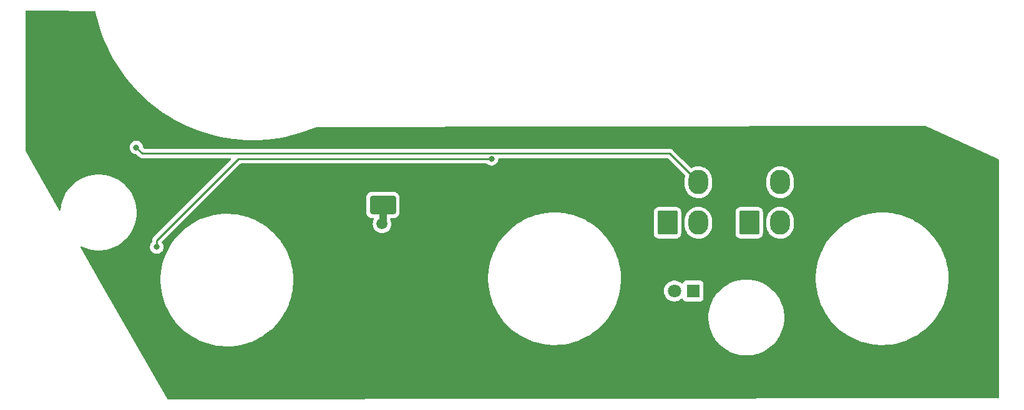
<source format=gbr>
%TF.GenerationSoftware,KiCad,Pcbnew,(6.0.9)*%
%TF.CreationDate,2023-04-01T12:24:36-08:00*%
%TF.ProjectId,ELEC PANEL,454c4543-2050-4414-9e45-4c2e6b696361,3*%
%TF.SameCoordinates,Original*%
%TF.FileFunction,Copper,L2,Bot*%
%TF.FilePolarity,Positive*%
%FSLAX46Y46*%
G04 Gerber Fmt 4.6, Leading zero omitted, Abs format (unit mm)*
G04 Created by KiCad (PCBNEW (6.0.9)) date 2023-04-01 12:24:36*
%MOMM*%
%LPD*%
G01*
G04 APERTURE LIST*
G04 Aperture macros list*
%AMRoundRect*
0 Rectangle with rounded corners*
0 $1 Rounding radius*
0 $2 $3 $4 $5 $6 $7 $8 $9 X,Y pos of 4 corners*
0 Add a 4 corners polygon primitive as box body*
4,1,4,$2,$3,$4,$5,$6,$7,$8,$9,$2,$3,0*
0 Add four circle primitives for the rounded corners*
1,1,$1+$1,$2,$3*
1,1,$1+$1,$4,$5*
1,1,$1+$1,$6,$7*
1,1,$1+$1,$8,$9*
0 Add four rect primitives between the rounded corners*
20,1,$1+$1,$2,$3,$4,$5,0*
20,1,$1+$1,$4,$5,$6,$7,0*
20,1,$1+$1,$6,$7,$8,$9,0*
20,1,$1+$1,$8,$9,$2,$3,0*%
G04 Aperture macros list end*
%TA.AperFunction,SMDPad,CuDef*%
%ADD10RoundRect,0.250000X-1.500000X-1.000000X1.500000X-1.000000X1.500000X1.000000X-1.500000X1.000000X0*%
%TD*%
%TA.AperFunction,ComponentPad*%
%ADD11R,1.800000X1.800000*%
%TD*%
%TA.AperFunction,ComponentPad*%
%ADD12C,1.800000*%
%TD*%
%TA.AperFunction,ComponentPad*%
%ADD13RoundRect,0.250001X-1.099999X-1.399999X1.099999X-1.399999X1.099999X1.399999X-1.099999X1.399999X0*%
%TD*%
%TA.AperFunction,ComponentPad*%
%ADD14O,2.700000X3.300000*%
%TD*%
%TA.AperFunction,ViaPad*%
%ADD15C,1.500000*%
%TD*%
%TA.AperFunction,ViaPad*%
%ADD16C,0.800000*%
%TD*%
%TA.AperFunction,Conductor*%
%ADD17C,1.000000*%
%TD*%
%TA.AperFunction,Conductor*%
%ADD18C,0.250000*%
%TD*%
G04 APERTURE END LIST*
D10*
%TO.P,C1,1*%
%TO.N,/LED+5V*%
X78970000Y-124780000D03*
%TO.P,C1,2*%
%TO.N,/LEDGND*%
X85470000Y-124780000D03*
%TD*%
D11*
%TO.P,D1,1,K*%
%TO.N,Net-(D1-Pad1)*%
X121050000Y-136460000D03*
D12*
%TO.P,D1,2,A*%
%TO.N,/LED+5V*%
X118510000Y-136460000D03*
%TD*%
D13*
%TO.P,J1,1,Pin_1*%
%TO.N,/LED+5V*%
X117580000Y-127180000D03*
D14*
%TO.P,J1,2,Pin_2*%
X121780000Y-127180000D03*
%TO.P,J1,3,Pin_3*%
%TO.N,/LEDGND*%
X117580000Y-121680000D03*
%TO.P,J1,4,Pin_4*%
%TO.N,/DATAIN*%
X121780000Y-121680000D03*
%TD*%
D13*
%TO.P,J2,1,Pin_1*%
%TO.N,/LED+5V*%
X128670000Y-127180000D03*
D14*
%TO.P,J2,2,Pin_2*%
X132870000Y-127180000D03*
%TO.P,J2,3,Pin_3*%
%TO.N,/LEDGND*%
X128670000Y-121680000D03*
%TO.P,J2,4,Pin_4*%
%TO.N,/DATAOUT*%
X132870000Y-121680000D03*
%TD*%
D15*
%TO.N,/LEDGND*%
X97600000Y-123000000D03*
X63900000Y-126900000D03*
X103100000Y-149600000D03*
X87800000Y-139350000D03*
X112000000Y-147650000D03*
X73500000Y-136900000D03*
X151690000Y-147530000D03*
X49090000Y-139450000D03*
X39100000Y-103750000D03*
X137660000Y-129210000D03*
X107950000Y-126000000D03*
X40350000Y-116000000D03*
X146750000Y-121150000D03*
X93220000Y-140120000D03*
X114700000Y-139600000D03*
X111125000Y-119975000D03*
X67450000Y-121850000D03*
X160910000Y-137730000D03*
X58300000Y-121550000D03*
X63125000Y-147325000D03*
X156750000Y-126350000D03*
X40650000Y-109300000D03*
X138270000Y-140620000D03*
X156800000Y-120250000D03*
%TO.N,/LED+5V*%
X78862900Y-127333600D03*
D16*
%TO.N,/DATAIN*%
X45520000Y-116950000D03*
%TO.N,Net-(D10-Pad2)*%
X93720000Y-118510000D03*
X48280000Y-130480000D03*
%TD*%
D17*
%TO.N,/LED+5V*%
X78862900Y-127333600D02*
X78970000Y-127226500D01*
X78970000Y-127226500D02*
X78970000Y-124780000D01*
D18*
%TO.N,/DATAIN*%
X45520000Y-116950000D02*
X45510000Y-116930000D01*
X117880000Y-117780000D02*
X52620000Y-117780000D01*
X121780000Y-121680000D02*
X117880000Y-117780000D01*
X46360000Y-117780000D02*
X45520000Y-116950000D01*
X46590000Y-117780000D02*
X46360000Y-117780000D01*
X52620000Y-117780000D02*
X46590000Y-117780000D01*
%TO.N,Net-(D10-Pad2)*%
X48280000Y-129593764D02*
X48280000Y-130480000D01*
X59363764Y-118510000D02*
X48280000Y-129593764D01*
X93720000Y-118510000D02*
X61320000Y-118510000D01*
X61320000Y-118510000D02*
X59363764Y-118510000D01*
%TD*%
%TA.AperFunction,Conductor*%
%TO.N,/LEDGND*%
G36*
X32795212Y-98395456D02*
G01*
X39887381Y-98447098D01*
X39955355Y-98467596D01*
X40001456Y-98521589D01*
X40009982Y-98548209D01*
X40086728Y-98929133D01*
X40304670Y-99816710D01*
X40559662Y-100694360D01*
X40560089Y-100695628D01*
X40850833Y-101559286D01*
X40850841Y-101559308D01*
X40851255Y-101560538D01*
X41178936Y-102413719D01*
X41542127Y-103252398D01*
X41940189Y-104075100D01*
X42372421Y-104880374D01*
X42838060Y-105666804D01*
X43336288Y-106433002D01*
X43866227Y-107177621D01*
X44426942Y-107899347D01*
X45017447Y-108596911D01*
X45636702Y-109269083D01*
X45637615Y-109269994D01*
X45637636Y-109270016D01*
X45757724Y-109389859D01*
X46283615Y-109914680D01*
X46957047Y-110532564D01*
X46958027Y-110533391D01*
X46958045Y-110533406D01*
X47467898Y-110963229D01*
X47655812Y-111121647D01*
X48378679Y-111680891D01*
X49124376Y-112209311D01*
X49891588Y-112705977D01*
X49892737Y-112706654D01*
X50677835Y-113169349D01*
X50677848Y-113169356D01*
X50678964Y-113170014D01*
X50680114Y-113170628D01*
X51483972Y-113599994D01*
X51483993Y-113600005D01*
X51485117Y-113600605D01*
X52308628Y-113996990D01*
X53148045Y-114358472D01*
X53149257Y-114358935D01*
X53149280Y-114358944D01*
X54000669Y-114683948D01*
X54000689Y-114683955D01*
X54001891Y-114684414D01*
X54003127Y-114684827D01*
X54003129Y-114684828D01*
X54867401Y-114973822D01*
X54867429Y-114973831D01*
X54868662Y-114974243D01*
X55746830Y-115227446D01*
X55748113Y-115227758D01*
X55748127Y-115227762D01*
X56633578Y-115443271D01*
X56633594Y-115443274D01*
X56634849Y-115443580D01*
X56636131Y-115443836D01*
X56636142Y-115443838D01*
X56992981Y-115514975D01*
X57531155Y-115622262D01*
X58257382Y-115735590D01*
X58432842Y-115762971D01*
X58432846Y-115762972D01*
X58434169Y-115763178D01*
X58435475Y-115763326D01*
X58435490Y-115763328D01*
X59079330Y-115836282D01*
X59342300Y-115866080D01*
X59614019Y-115885366D01*
X60252637Y-115930694D01*
X60252643Y-115930694D01*
X60253949Y-115930787D01*
X61167511Y-115957184D01*
X61168824Y-115957167D01*
X61168845Y-115957167D01*
X61644960Y-115950937D01*
X62081375Y-115945226D01*
X62082697Y-115945153D01*
X62082701Y-115945153D01*
X62245055Y-115936205D01*
X62993933Y-115894933D01*
X62995241Y-115894806D01*
X62995250Y-115894805D01*
X63343546Y-115860904D01*
X63903577Y-115806393D01*
X63904880Y-115806211D01*
X63904903Y-115806208D01*
X64807421Y-115679944D01*
X64807438Y-115679941D01*
X64808705Y-115679764D01*
X64809986Y-115679530D01*
X64809996Y-115679528D01*
X65706406Y-115515508D01*
X65706415Y-115515506D01*
X65707722Y-115515267D01*
X66599045Y-115313193D01*
X66600337Y-115312842D01*
X66600355Y-115312838D01*
X67479805Y-115074250D01*
X67479819Y-115074246D01*
X67481105Y-115073897D01*
X68352347Y-114797802D01*
X68783216Y-114641079D01*
X69209987Y-114485847D01*
X69210001Y-114485842D01*
X69211237Y-114485392D01*
X69519276Y-114358472D01*
X69941266Y-114184601D01*
X69989032Y-114175100D01*
X104388154Y-114111056D01*
X152567013Y-114021357D01*
X152619619Y-114032757D01*
X162249209Y-118433502D01*
X162460783Y-118530192D01*
X162514427Y-118576699D01*
X162534411Y-118644695D01*
X162554641Y-145145883D01*
X162559016Y-150877397D01*
X162539066Y-150945533D01*
X162485446Y-150992067D01*
X162433213Y-151003493D01*
X155958139Y-151013624D01*
X49796721Y-151179723D01*
X49728569Y-151159827D01*
X49687090Y-151116175D01*
X40586006Y-135168514D01*
X48806846Y-135168514D01*
X48839140Y-135764800D01*
X48839389Y-135766860D01*
X48839390Y-135766868D01*
X48863645Y-135967301D01*
X48910881Y-136357634D01*
X48924673Y-136430625D01*
X49010082Y-136882642D01*
X49021753Y-136944411D01*
X49171270Y-137522550D01*
X49196320Y-137598295D01*
X49358117Y-138087524D01*
X49358122Y-138087538D01*
X49358774Y-138089509D01*
X49359561Y-138091447D01*
X49582650Y-138640851D01*
X49582657Y-138640867D01*
X49583440Y-138642795D01*
X49584358Y-138644686D01*
X49584360Y-138644690D01*
X49681413Y-138844562D01*
X49844280Y-139179974D01*
X50140148Y-139698686D01*
X50469743Y-140196649D01*
X50470987Y-140198282D01*
X50470992Y-140198289D01*
X50605183Y-140374440D01*
X50831615Y-140671674D01*
X51224173Y-141121672D01*
X51225644Y-141123148D01*
X51612350Y-141511206D01*
X51645691Y-141544664D01*
X52094316Y-141938791D01*
X52568075Y-142302318D01*
X52569809Y-142303475D01*
X52569814Y-142303478D01*
X53063134Y-142632482D01*
X53064884Y-142633649D01*
X53066705Y-142634696D01*
X53580747Y-142930284D01*
X53580759Y-142930290D01*
X53582560Y-142931326D01*
X54118826Y-143194040D01*
X54120755Y-143194831D01*
X54120768Y-143194837D01*
X54669385Y-143419841D01*
X54669391Y-143419843D01*
X54671324Y-143420636D01*
X54673297Y-143421296D01*
X54673302Y-143421298D01*
X54871667Y-143487670D01*
X55237625Y-143610118D01*
X55239643Y-143610647D01*
X55239655Y-143610651D01*
X55551479Y-143692456D01*
X55815239Y-143761652D01*
X56401625Y-143874572D01*
X56403689Y-143874829D01*
X56403701Y-143874831D01*
X56653887Y-143905993D01*
X56994206Y-143948382D01*
X56996290Y-143948502D01*
X56996299Y-143948503D01*
X57547952Y-143980311D01*
X57547956Y-143980311D01*
X57549775Y-143980416D01*
X57961997Y-143980416D01*
X58407232Y-143965646D01*
X58409310Y-143965439D01*
X58409319Y-143965438D01*
X58999369Y-143906543D01*
X58999380Y-143906541D01*
X59001439Y-143906336D01*
X59003483Y-143905994D01*
X59003490Y-143905993D01*
X59588362Y-143808119D01*
X59588375Y-143808116D01*
X59590409Y-143807776D01*
X59592415Y-143807302D01*
X59592424Y-143807300D01*
X60169526Y-143670879D01*
X60169528Y-143670878D01*
X60171552Y-143670400D01*
X60466910Y-143579536D01*
X60740325Y-143495423D01*
X60740336Y-143495419D01*
X60742313Y-143494811D01*
X60744249Y-143494072D01*
X60744254Y-143494070D01*
X61042897Y-143380029D01*
X61300183Y-143281781D01*
X61842707Y-143032248D01*
X61844549Y-143031248D01*
X62365668Y-142748304D01*
X62365673Y-142748301D01*
X62367502Y-142747308D01*
X62369269Y-142746191D01*
X62870496Y-142429328D01*
X62870498Y-142429326D01*
X62872258Y-142428214D01*
X62873924Y-142426999D01*
X62873936Y-142426991D01*
X63353090Y-142077586D01*
X63353098Y-142077580D01*
X63354757Y-142076370D01*
X63650640Y-141828973D01*
X63811289Y-141694650D01*
X63811293Y-141694647D01*
X63812877Y-141693322D01*
X64159013Y-141362548D01*
X64243093Y-141282199D01*
X64243094Y-141282198D01*
X64244604Y-141280755D01*
X64648040Y-140840482D01*
X64792710Y-140659905D01*
X65020101Y-140376074D01*
X65020102Y-140376072D01*
X65021410Y-140374440D01*
X65363072Y-139884679D01*
X65364138Y-139882912D01*
X65364147Y-139882898D01*
X65670447Y-139375138D01*
X65670454Y-139375125D01*
X65671525Y-139373350D01*
X65945412Y-138842704D01*
X66179213Y-138304999D01*
X66182696Y-138296988D01*
X66182697Y-138296985D01*
X66183529Y-138295072D01*
X66256438Y-138091447D01*
X66384117Y-137734853D01*
X66384118Y-137734849D01*
X66384829Y-137732864D01*
X66548426Y-137158551D01*
X66673602Y-136574658D01*
X66694614Y-136430625D01*
X66759503Y-135985833D01*
X66759504Y-135985820D01*
X66759806Y-135983753D01*
X66803098Y-135433671D01*
X66806496Y-135390495D01*
X66806496Y-135390489D01*
X66806658Y-135388434D01*
X66811570Y-134986398D01*
X93256846Y-134986398D01*
X93289140Y-135582684D01*
X93289389Y-135584744D01*
X93289390Y-135584752D01*
X93311395Y-135766587D01*
X93360881Y-136175518D01*
X93361269Y-136177571D01*
X93469873Y-136752343D01*
X93471753Y-136762295D01*
X93621270Y-137340434D01*
X93621920Y-137342399D01*
X93808117Y-137905408D01*
X93808122Y-137905422D01*
X93808774Y-137907393D01*
X93809561Y-137909331D01*
X94032650Y-138458735D01*
X94032657Y-138458751D01*
X94033440Y-138460679D01*
X94034358Y-138462570D01*
X94034360Y-138462574D01*
X94131413Y-138662446D01*
X94294280Y-138997858D01*
X94590148Y-139516570D01*
X94591282Y-139518284D01*
X94591288Y-139518293D01*
X94712075Y-139700782D01*
X94919743Y-140014533D01*
X94920987Y-140016166D01*
X94920992Y-140016173D01*
X95148008Y-140314174D01*
X95281615Y-140489558D01*
X95674173Y-140939556D01*
X96095691Y-141362548D01*
X96097254Y-141363921D01*
X96097256Y-141363923D01*
X96144328Y-141405277D01*
X96544316Y-141756675D01*
X97018075Y-142120202D01*
X97019809Y-142121359D01*
X97019814Y-142121362D01*
X97208392Y-142247128D01*
X97514884Y-142451533D01*
X97516705Y-142452580D01*
X98030747Y-142748168D01*
X98030759Y-142748174D01*
X98032560Y-142749210D01*
X98568826Y-143011924D01*
X98570755Y-143012715D01*
X98570768Y-143012721D01*
X99119385Y-143237725D01*
X99119391Y-143237727D01*
X99121324Y-143238520D01*
X99123297Y-143239180D01*
X99123302Y-143239182D01*
X99247993Y-143280903D01*
X99687625Y-143428002D01*
X99689643Y-143428531D01*
X99689655Y-143428535D01*
X100067950Y-143527778D01*
X100265239Y-143579536D01*
X100851625Y-143692456D01*
X100853689Y-143692713D01*
X100853701Y-143692715D01*
X101103887Y-143723877D01*
X101444206Y-143766266D01*
X101446290Y-143766386D01*
X101446299Y-143766387D01*
X101997952Y-143798195D01*
X101997956Y-143798195D01*
X101999775Y-143798300D01*
X102411997Y-143798300D01*
X102857232Y-143783530D01*
X102859310Y-143783323D01*
X102859319Y-143783322D01*
X103449369Y-143724427D01*
X103449380Y-143724425D01*
X103451439Y-143724220D01*
X103453483Y-143723878D01*
X103453490Y-143723877D01*
X104038362Y-143626003D01*
X104038375Y-143626000D01*
X104040409Y-143625660D01*
X104042415Y-143625186D01*
X104042424Y-143625184D01*
X104619526Y-143488763D01*
X104619528Y-143488762D01*
X104621552Y-143488284D01*
X104844029Y-143419841D01*
X105190325Y-143313307D01*
X105190336Y-143313303D01*
X105192313Y-143312695D01*
X105194249Y-143311956D01*
X105194254Y-143311954D01*
X105505459Y-143193116D01*
X105750183Y-143099665D01*
X106292707Y-142850132D01*
X106294549Y-142849132D01*
X106815668Y-142566188D01*
X106815673Y-142566185D01*
X106817502Y-142565192D01*
X106995636Y-142452580D01*
X107320496Y-142247212D01*
X107320498Y-142247210D01*
X107322258Y-142246098D01*
X107323924Y-142244883D01*
X107323936Y-142244875D01*
X107803090Y-141895470D01*
X107803098Y-141895464D01*
X107804757Y-141894254D01*
X108262877Y-141511206D01*
X108373726Y-141405277D01*
X108693093Y-141100083D01*
X108693094Y-141100082D01*
X108694604Y-141098639D01*
X109084407Y-140673244D01*
X109096630Y-140659905D01*
X109096633Y-140659901D01*
X109098040Y-140658366D01*
X109208593Y-140520374D01*
X109470101Y-140193958D01*
X109470102Y-140193956D01*
X109471410Y-140192324D01*
X109557930Y-140068300D01*
X123139854Y-140068300D01*
X123159472Y-140517635D01*
X123159833Y-140520374D01*
X123214812Y-140937980D01*
X123218178Y-140963551D01*
X123218775Y-140966246D01*
X123218776Y-140966249D01*
X123252883Y-141120096D01*
X123315525Y-141402653D01*
X123450771Y-141831601D01*
X123622889Y-142247128D01*
X123830566Y-142646073D01*
X123896272Y-142749210D01*
X124064147Y-143012721D01*
X124072224Y-143025400D01*
X124073888Y-143027568D01*
X124073896Y-143027580D01*
X124292105Y-143311954D01*
X124346023Y-143382221D01*
X124347881Y-143384249D01*
X124347888Y-143384257D01*
X124569093Y-143625660D01*
X124649878Y-143713822D01*
X124651898Y-143715673D01*
X124979443Y-144015812D01*
X124979451Y-144015819D01*
X124981479Y-144017677D01*
X124983671Y-144019359D01*
X125336120Y-144289804D01*
X125336132Y-144289812D01*
X125338300Y-144291476D01*
X125717627Y-144533134D01*
X126116572Y-144740811D01*
X126532099Y-144912929D01*
X126805462Y-144999120D01*
X126958423Y-145047348D01*
X126958430Y-145047350D01*
X126961047Y-145048175D01*
X126963732Y-145048770D01*
X126963731Y-145048770D01*
X127397451Y-145144924D01*
X127397454Y-145144925D01*
X127400149Y-145145522D01*
X127402879Y-145145881D01*
X127402888Y-145145883D01*
X127623107Y-145174875D01*
X127846065Y-145204228D01*
X128114856Y-145215963D01*
X128178448Y-145218740D01*
X128178453Y-145218740D01*
X128179825Y-145218800D01*
X128410975Y-145218800D01*
X128412347Y-145218740D01*
X128412352Y-145218740D01*
X128475944Y-145215963D01*
X128744735Y-145204228D01*
X128967693Y-145174875D01*
X129187912Y-145145883D01*
X129187921Y-145145881D01*
X129190651Y-145145522D01*
X129193346Y-145144925D01*
X129193349Y-145144924D01*
X129627069Y-145048770D01*
X129627068Y-145048770D01*
X129629753Y-145048175D01*
X129632370Y-145047350D01*
X129632377Y-145047348D01*
X129785338Y-144999120D01*
X130058701Y-144912929D01*
X130474228Y-144740811D01*
X130873173Y-144533134D01*
X131252500Y-144291476D01*
X131254668Y-144289812D01*
X131254680Y-144289804D01*
X131607129Y-144019359D01*
X131609321Y-144017677D01*
X131611349Y-144015819D01*
X131611357Y-144015812D01*
X131938902Y-143715673D01*
X131940922Y-143713822D01*
X132021707Y-143625660D01*
X132242912Y-143384257D01*
X132242919Y-143384249D01*
X132244777Y-143382221D01*
X132298695Y-143311954D01*
X132516904Y-143027580D01*
X132516912Y-143027568D01*
X132518576Y-143025400D01*
X132526654Y-143012721D01*
X132694528Y-142749210D01*
X132760234Y-142646073D01*
X132967911Y-142247128D01*
X133140029Y-141831601D01*
X133275275Y-141402653D01*
X133337917Y-141120096D01*
X133372024Y-140966249D01*
X133372025Y-140966246D01*
X133372622Y-140963551D01*
X133375989Y-140937980D01*
X133430967Y-140520374D01*
X133431328Y-140517635D01*
X133450946Y-140068300D01*
X133431328Y-139618965D01*
X133398748Y-139371496D01*
X133372983Y-139175788D01*
X133372981Y-139175779D01*
X133372622Y-139173049D01*
X133333368Y-138995984D01*
X133275870Y-138736631D01*
X133275275Y-138733947D01*
X133251541Y-138658670D01*
X133188501Y-138458735D01*
X133140029Y-138304999D01*
X132967911Y-137889472D01*
X132760234Y-137490527D01*
X132518576Y-137111200D01*
X132516912Y-137109032D01*
X132516904Y-137109020D01*
X132246459Y-136756571D01*
X132244777Y-136754379D01*
X132242919Y-136752351D01*
X132242912Y-136752343D01*
X131942773Y-136424798D01*
X131940922Y-136422778D01*
X131872070Y-136359687D01*
X131611357Y-136120788D01*
X131611349Y-136120781D01*
X131609321Y-136118923D01*
X131607129Y-136117241D01*
X131254680Y-135846796D01*
X131254668Y-135846788D01*
X131252500Y-135845124D01*
X130873173Y-135603466D01*
X130474228Y-135395789D01*
X130451482Y-135386367D01*
X130424105Y-135375027D01*
X130058701Y-135223671D01*
X129785338Y-135137480D01*
X129632377Y-135089252D01*
X129632370Y-135089250D01*
X129629753Y-135088425D01*
X129489818Y-135057402D01*
X129193349Y-134991676D01*
X129193346Y-134991675D01*
X129190651Y-134991078D01*
X129187921Y-134990719D01*
X129187912Y-134990717D01*
X129155106Y-134986398D01*
X137706846Y-134986398D01*
X137739140Y-135582684D01*
X137739389Y-135584744D01*
X137739390Y-135584752D01*
X137761395Y-135766587D01*
X137810881Y-136175518D01*
X137811269Y-136177571D01*
X137919873Y-136752343D01*
X137921753Y-136762295D01*
X138071270Y-137340434D01*
X138071920Y-137342399D01*
X138258117Y-137905408D01*
X138258122Y-137905422D01*
X138258774Y-137907393D01*
X138259561Y-137909331D01*
X138482650Y-138458735D01*
X138482657Y-138458751D01*
X138483440Y-138460679D01*
X138484358Y-138462570D01*
X138484360Y-138462574D01*
X138581413Y-138662446D01*
X138744280Y-138997858D01*
X139040148Y-139516570D01*
X139041282Y-139518284D01*
X139041288Y-139518293D01*
X139162075Y-139700782D01*
X139369743Y-140014533D01*
X139370987Y-140016166D01*
X139370992Y-140016173D01*
X139598008Y-140314174D01*
X139731615Y-140489558D01*
X140124173Y-140939556D01*
X140545691Y-141362548D01*
X140547254Y-141363921D01*
X140547256Y-141363923D01*
X140594328Y-141405277D01*
X140994316Y-141756675D01*
X141468075Y-142120202D01*
X141469809Y-142121359D01*
X141469814Y-142121362D01*
X141658392Y-142247128D01*
X141964884Y-142451533D01*
X141966705Y-142452580D01*
X142480747Y-142748168D01*
X142480759Y-142748174D01*
X142482560Y-142749210D01*
X143018826Y-143011924D01*
X143020755Y-143012715D01*
X143020768Y-143012721D01*
X143569385Y-143237725D01*
X143569391Y-143237727D01*
X143571324Y-143238520D01*
X143573297Y-143239180D01*
X143573302Y-143239182D01*
X143697993Y-143280903D01*
X144137625Y-143428002D01*
X144139643Y-143428531D01*
X144139655Y-143428535D01*
X144517950Y-143527778D01*
X144715239Y-143579536D01*
X145301625Y-143692456D01*
X145303689Y-143692713D01*
X145303701Y-143692715D01*
X145553887Y-143723877D01*
X145894206Y-143766266D01*
X145896290Y-143766386D01*
X145896299Y-143766387D01*
X146447952Y-143798195D01*
X146447956Y-143798195D01*
X146449775Y-143798300D01*
X146861997Y-143798300D01*
X147307232Y-143783530D01*
X147309310Y-143783323D01*
X147309319Y-143783322D01*
X147899369Y-143724427D01*
X147899380Y-143724425D01*
X147901439Y-143724220D01*
X147903483Y-143723878D01*
X147903490Y-143723877D01*
X148488362Y-143626003D01*
X148488375Y-143626000D01*
X148490409Y-143625660D01*
X148492415Y-143625186D01*
X148492424Y-143625184D01*
X149069526Y-143488763D01*
X149069528Y-143488762D01*
X149071552Y-143488284D01*
X149294029Y-143419841D01*
X149640325Y-143313307D01*
X149640336Y-143313303D01*
X149642313Y-143312695D01*
X149644249Y-143311956D01*
X149644254Y-143311954D01*
X149955459Y-143193116D01*
X150200183Y-143099665D01*
X150742707Y-142850132D01*
X150744549Y-142849132D01*
X151265668Y-142566188D01*
X151265673Y-142566185D01*
X151267502Y-142565192D01*
X151445636Y-142452580D01*
X151770496Y-142247212D01*
X151770498Y-142247210D01*
X151772258Y-142246098D01*
X151773924Y-142244883D01*
X151773936Y-142244875D01*
X152253090Y-141895470D01*
X152253098Y-141895464D01*
X152254757Y-141894254D01*
X152712877Y-141511206D01*
X152823726Y-141405277D01*
X153143093Y-141100083D01*
X153143094Y-141100082D01*
X153144604Y-141098639D01*
X153534407Y-140673244D01*
X153546630Y-140659905D01*
X153546633Y-140659901D01*
X153548040Y-140658366D01*
X153658593Y-140520374D01*
X153920101Y-140193958D01*
X153920102Y-140193956D01*
X153921410Y-140192324D01*
X154263072Y-139702563D01*
X154264138Y-139700796D01*
X154264147Y-139700782D01*
X154570447Y-139193022D01*
X154570454Y-139193009D01*
X154571525Y-139191234D01*
X154845412Y-138660588D01*
X155083529Y-138112956D01*
X155091231Y-138091447D01*
X155284117Y-137552737D01*
X155284118Y-137552733D01*
X155284829Y-137550748D01*
X155448426Y-136976435D01*
X155573602Y-136392542D01*
X155604963Y-136177571D01*
X155659503Y-135803717D01*
X155659504Y-135803704D01*
X155659806Y-135801637D01*
X155698239Y-135313295D01*
X155706496Y-135208379D01*
X155706496Y-135208373D01*
X155706658Y-135206318D01*
X155713954Y-134609202D01*
X155681660Y-134012916D01*
X155609919Y-133420082D01*
X155499047Y-132833305D01*
X155349530Y-132255166D01*
X155279975Y-132044852D01*
X155162683Y-131690192D01*
X155162678Y-131690178D01*
X155162026Y-131688207D01*
X155024205Y-131348794D01*
X154938150Y-131136865D01*
X154938143Y-131136849D01*
X154937360Y-131134921D01*
X154880074Y-131016944D01*
X154677430Y-130599616D01*
X154677430Y-130599615D01*
X154676520Y-130597742D01*
X154380652Y-130079030D01*
X154294440Y-129948777D01*
X154181057Y-129777476D01*
X154051057Y-129581067D01*
X154045451Y-129573707D01*
X153741057Y-129174134D01*
X153689185Y-129106042D01*
X153296627Y-128656044D01*
X153055220Y-128413793D01*
X152876573Y-128234521D01*
X152876571Y-128234519D01*
X152875109Y-128233052D01*
X152623915Y-128012372D01*
X152428056Y-127840306D01*
X152428055Y-127840305D01*
X152426484Y-127838925D01*
X151952725Y-127475398D01*
X151763953Y-127349502D01*
X151457666Y-127145234D01*
X151457664Y-127145233D01*
X151455916Y-127144067D01*
X151258257Y-127030408D01*
X150940053Y-126847432D01*
X150940041Y-126847426D01*
X150938240Y-126846390D01*
X150401974Y-126583676D01*
X150400045Y-126582885D01*
X150400032Y-126582879D01*
X149851415Y-126357875D01*
X149851409Y-126357873D01*
X149849476Y-126357080D01*
X149847503Y-126356420D01*
X149847498Y-126356418D01*
X149461829Y-126227375D01*
X149283175Y-126167598D01*
X149281157Y-126167069D01*
X149281145Y-126167065D01*
X148847454Y-126053289D01*
X148705561Y-126016064D01*
X148119175Y-125903144D01*
X148117111Y-125902887D01*
X148117099Y-125902885D01*
X147769840Y-125859632D01*
X147526594Y-125829334D01*
X147524510Y-125829214D01*
X147524501Y-125829213D01*
X146972848Y-125797405D01*
X146972844Y-125797405D01*
X146971025Y-125797300D01*
X146558803Y-125797300D01*
X146113568Y-125812070D01*
X146111490Y-125812277D01*
X146111481Y-125812278D01*
X145521431Y-125871173D01*
X145521420Y-125871175D01*
X145519361Y-125871380D01*
X145517317Y-125871722D01*
X145517310Y-125871723D01*
X144932438Y-125969597D01*
X144932425Y-125969600D01*
X144930391Y-125969940D01*
X144928385Y-125970414D01*
X144928376Y-125970416D01*
X144398002Y-126095791D01*
X144349248Y-126107316D01*
X144149372Y-126168806D01*
X143780475Y-126282293D01*
X143780464Y-126282297D01*
X143778487Y-126282905D01*
X143776551Y-126283644D01*
X143776546Y-126283646D01*
X143597315Y-126352088D01*
X143220617Y-126495935D01*
X142678093Y-126745468D01*
X142676254Y-126746467D01*
X142676251Y-126746468D01*
X142340835Y-126928584D01*
X142153298Y-127030408D01*
X142151532Y-127031524D01*
X142151531Y-127031525D01*
X141863453Y-127213641D01*
X141648542Y-127349502D01*
X141646876Y-127350717D01*
X141646864Y-127350725D01*
X141167710Y-127700130D01*
X141167702Y-127700136D01*
X141166043Y-127701346D01*
X140999849Y-127840306D01*
X140782041Y-128022422D01*
X140707923Y-128084394D01*
X140706428Y-128085822D01*
X140706422Y-128085828D01*
X140277707Y-128495517D01*
X140276196Y-128496961D01*
X140052219Y-128741389D01*
X139901383Y-128905998D01*
X139872760Y-128937234D01*
X139871462Y-128938854D01*
X139871457Y-128938860D01*
X139560077Y-129327526D01*
X139499390Y-129403276D01*
X139157728Y-129893037D01*
X139156662Y-129894804D01*
X139156653Y-129894818D01*
X138850353Y-130402578D01*
X138850346Y-130402591D01*
X138849275Y-130404366D01*
X138575388Y-130935012D01*
X138574554Y-130936929D01*
X138574554Y-130936930D01*
X138378803Y-131387128D01*
X138337271Y-131482644D01*
X138336566Y-131484613D01*
X138336564Y-131484618D01*
X138197751Y-131872308D01*
X138135971Y-132044852D01*
X137972374Y-132619165D01*
X137847198Y-133203058D01*
X137846897Y-133205122D01*
X137846896Y-133205127D01*
X137788970Y-133602198D01*
X137760994Y-133793963D01*
X137714142Y-134389282D01*
X137714117Y-134391349D01*
X137707508Y-134932252D01*
X137706846Y-134986398D01*
X129155106Y-134986398D01*
X128967693Y-134961725D01*
X128744735Y-134932372D01*
X128475944Y-134920637D01*
X128412352Y-134917860D01*
X128412347Y-134917860D01*
X128410975Y-134917800D01*
X128179825Y-134917800D01*
X128178453Y-134917860D01*
X128178448Y-134917860D01*
X128114856Y-134920637D01*
X127846065Y-134932372D01*
X127623107Y-134961725D01*
X127402888Y-134990717D01*
X127402879Y-134990719D01*
X127400149Y-134991078D01*
X127397454Y-134991675D01*
X127397451Y-134991676D01*
X127100982Y-135057402D01*
X126961047Y-135088425D01*
X126958430Y-135089250D01*
X126958423Y-135089252D01*
X126805462Y-135137480D01*
X126532099Y-135223671D01*
X126166695Y-135375027D01*
X126139319Y-135386367D01*
X126116572Y-135395789D01*
X125717627Y-135603466D01*
X125338300Y-135845124D01*
X125336132Y-135846788D01*
X125336120Y-135846796D01*
X124983671Y-136117241D01*
X124981479Y-136118923D01*
X124979451Y-136120781D01*
X124979443Y-136120788D01*
X124718730Y-136359687D01*
X124649878Y-136422778D01*
X124648027Y-136424798D01*
X124347888Y-136752343D01*
X124347881Y-136752351D01*
X124346023Y-136754379D01*
X124344341Y-136756571D01*
X124073896Y-137109020D01*
X124073888Y-137109032D01*
X124072224Y-137111200D01*
X123830566Y-137490527D01*
X123622889Y-137889472D01*
X123450771Y-138304999D01*
X123402299Y-138458735D01*
X123339260Y-138658670D01*
X123315525Y-138733947D01*
X123314930Y-138736631D01*
X123257433Y-138995984D01*
X123218178Y-139173049D01*
X123217819Y-139175779D01*
X123217817Y-139175788D01*
X123192052Y-139371496D01*
X123159472Y-139618965D01*
X123139854Y-140068300D01*
X109557930Y-140068300D01*
X109813072Y-139702563D01*
X109814138Y-139700796D01*
X109814147Y-139700782D01*
X110120447Y-139193022D01*
X110120454Y-139193009D01*
X110121525Y-139191234D01*
X110395412Y-138660588D01*
X110633529Y-138112956D01*
X110641231Y-138091447D01*
X110834117Y-137552737D01*
X110834118Y-137552733D01*
X110834829Y-137550748D01*
X110998426Y-136976435D01*
X111116543Y-136425469D01*
X117097095Y-136425469D01*
X117097392Y-136430622D01*
X117097392Y-136430625D01*
X117105697Y-136574658D01*
X117110427Y-136656697D01*
X117111564Y-136661743D01*
X117111565Y-136661749D01*
X117134682Y-136764324D01*
X117161346Y-136882642D01*
X117163288Y-136887424D01*
X117163289Y-136887428D01*
X117246540Y-137092450D01*
X117248484Y-137097237D01*
X117369501Y-137294719D01*
X117521147Y-137469784D01*
X117699349Y-137617730D01*
X117899322Y-137734584D01*
X118115694Y-137817209D01*
X118120760Y-137818240D01*
X118120761Y-137818240D01*
X118173846Y-137829040D01*
X118342656Y-137863385D01*
X118472089Y-137868131D01*
X118568949Y-137871683D01*
X118568953Y-137871683D01*
X118574113Y-137871872D01*
X118579233Y-137871216D01*
X118579235Y-137871216D01*
X118653166Y-137861745D01*
X118803847Y-137842442D01*
X118808795Y-137840957D01*
X118808802Y-137840956D01*
X119020747Y-137777369D01*
X119025690Y-137775886D01*
X119109449Y-137734853D01*
X119229049Y-137676262D01*
X119229052Y-137676260D01*
X119233684Y-137673991D01*
X119422243Y-137539494D01*
X119467309Y-137494585D01*
X119529681Y-137460669D01*
X119600487Y-137465857D01*
X119657249Y-137508503D01*
X119674231Y-137539607D01*
X119699385Y-137606705D01*
X119786739Y-137723261D01*
X119903295Y-137810615D01*
X120039684Y-137861745D01*
X120101866Y-137868500D01*
X121998134Y-137868500D01*
X122060316Y-137861745D01*
X122196705Y-137810615D01*
X122313261Y-137723261D01*
X122400615Y-137606705D01*
X122451745Y-137470316D01*
X122458500Y-137408134D01*
X122458500Y-135511866D01*
X122451745Y-135449684D01*
X122400615Y-135313295D01*
X122313261Y-135196739D01*
X122196705Y-135109385D01*
X122060316Y-135058255D01*
X121998134Y-135051500D01*
X120101866Y-135051500D01*
X120039684Y-135058255D01*
X119903295Y-135109385D01*
X119786739Y-135196739D01*
X119699385Y-135313295D01*
X119696233Y-135321703D01*
X119696232Y-135321705D01*
X119675538Y-135376906D01*
X119632897Y-135433671D01*
X119566335Y-135458371D01*
X119496986Y-135443164D01*
X119474167Y-135426666D01*
X119473887Y-135426358D01*
X119435180Y-135395789D01*
X119296177Y-135286011D01*
X119296172Y-135286008D01*
X119292123Y-135282810D01*
X119287607Y-135280317D01*
X119287604Y-135280315D01*
X119093879Y-135173373D01*
X119093875Y-135173371D01*
X119089355Y-135170876D01*
X119084486Y-135169152D01*
X119084482Y-135169150D01*
X118875903Y-135095288D01*
X118875899Y-135095287D01*
X118871028Y-135093562D01*
X118865935Y-135092655D01*
X118865932Y-135092654D01*
X118648095Y-135053851D01*
X118648089Y-135053850D01*
X118643006Y-135052945D01*
X118570096Y-135052054D01*
X118416581Y-135050179D01*
X118416579Y-135050179D01*
X118411411Y-135050116D01*
X118182464Y-135085150D01*
X117962314Y-135157106D01*
X117957726Y-135159494D01*
X117957722Y-135159496D01*
X117761461Y-135261663D01*
X117756872Y-135264052D01*
X117752739Y-135267155D01*
X117752736Y-135267157D01*
X117582817Y-135394736D01*
X117571655Y-135403117D01*
X117411639Y-135570564D01*
X117408725Y-135574836D01*
X117408724Y-135574837D01*
X117393152Y-135597665D01*
X117281119Y-135761899D01*
X117183602Y-135971981D01*
X117121707Y-136195169D01*
X117097095Y-136425469D01*
X111116543Y-136425469D01*
X111123602Y-136392542D01*
X111154963Y-136177571D01*
X111209503Y-135803717D01*
X111209504Y-135803704D01*
X111209806Y-135801637D01*
X111248239Y-135313295D01*
X111256496Y-135208379D01*
X111256496Y-135208373D01*
X111256658Y-135206318D01*
X111263954Y-134609202D01*
X111231660Y-134012916D01*
X111159919Y-133420082D01*
X111049047Y-132833305D01*
X110899530Y-132255166D01*
X110829975Y-132044852D01*
X110712683Y-131690192D01*
X110712678Y-131690178D01*
X110712026Y-131688207D01*
X110574205Y-131348794D01*
X110488150Y-131136865D01*
X110488143Y-131136849D01*
X110487360Y-131134921D01*
X110430074Y-131016944D01*
X110227430Y-130599616D01*
X110227430Y-130599615D01*
X110226520Y-130597742D01*
X109930652Y-130079030D01*
X109844440Y-129948777D01*
X109731057Y-129777476D01*
X109601057Y-129581067D01*
X109595451Y-129573707D01*
X109291057Y-129174134D01*
X109239185Y-129106042D01*
X108846627Y-128656044D01*
X108821072Y-128630400D01*
X115721500Y-128630400D01*
X115721837Y-128633646D01*
X115721837Y-128633650D01*
X115729878Y-128711141D01*
X115732474Y-128736165D01*
X115788450Y-128903945D01*
X115881522Y-129054348D01*
X116006697Y-129179305D01*
X116012927Y-129183145D01*
X116012928Y-129183146D01*
X116150090Y-129267694D01*
X116157262Y-129272115D01*
X116210602Y-129289807D01*
X116318611Y-129325632D01*
X116318613Y-129325632D01*
X116325139Y-129327797D01*
X116331975Y-129328497D01*
X116331978Y-129328498D01*
X116375031Y-129332909D01*
X116429600Y-129338500D01*
X118730400Y-129338500D01*
X118733646Y-129338163D01*
X118733650Y-129338163D01*
X118829307Y-129328238D01*
X118829311Y-129328237D01*
X118836165Y-129327526D01*
X118842701Y-129325345D01*
X118842703Y-129325345D01*
X118983689Y-129278308D01*
X119003945Y-129271550D01*
X119154348Y-129178478D01*
X119279305Y-129053303D01*
X119283146Y-129047072D01*
X119368275Y-128908968D01*
X119368276Y-128908966D01*
X119372115Y-128902738D01*
X119427797Y-128734861D01*
X119430228Y-128711141D01*
X119433513Y-128679077D01*
X119438500Y-128630400D01*
X119438500Y-127548512D01*
X119921500Y-127548512D01*
X119921665Y-127550780D01*
X119921665Y-127550792D01*
X119923660Y-127578281D01*
X119936047Y-127749004D01*
X119937031Y-127753459D01*
X119937031Y-127753462D01*
X119975196Y-127926322D01*
X119994194Y-128012372D01*
X119998002Y-128022422D01*
X120078359Y-128234521D01*
X120089750Y-128264588D01*
X120091967Y-128268579D01*
X120218020Y-128495517D01*
X120220714Y-128500368D01*
X120280109Y-128578194D01*
X120337608Y-128653535D01*
X120384343Y-128714773D01*
X120387609Y-128717966D01*
X120387611Y-128717968D01*
X120412914Y-128742703D01*
X120577208Y-128903312D01*
X120795270Y-129062034D01*
X120870785Y-129101764D01*
X121029921Y-129185490D01*
X121029927Y-129185493D01*
X121033961Y-129187615D01*
X121038266Y-129189135D01*
X121038270Y-129189137D01*
X121263638Y-129268723D01*
X121288280Y-129277425D01*
X121416032Y-129302605D01*
X121548428Y-129328700D01*
X121548434Y-129328701D01*
X121552900Y-129329581D01*
X121557453Y-129329808D01*
X121557456Y-129329808D01*
X121817708Y-129342764D01*
X121817714Y-129342764D01*
X121822277Y-129342991D01*
X122090769Y-129317375D01*
X122095203Y-129316290D01*
X122095209Y-129316289D01*
X122348312Y-129254355D01*
X122352750Y-129253269D01*
X122602733Y-129152015D01*
X122835482Y-129015735D01*
X123046119Y-128847284D01*
X123230234Y-128650191D01*
X123243963Y-128630400D01*
X126811500Y-128630400D01*
X126811837Y-128633646D01*
X126811837Y-128633650D01*
X126819878Y-128711141D01*
X126822474Y-128736165D01*
X126878450Y-128903945D01*
X126971522Y-129054348D01*
X127096697Y-129179305D01*
X127102927Y-129183145D01*
X127102928Y-129183146D01*
X127240090Y-129267694D01*
X127247262Y-129272115D01*
X127300602Y-129289807D01*
X127408611Y-129325632D01*
X127408613Y-129325632D01*
X127415139Y-129327797D01*
X127421975Y-129328497D01*
X127421978Y-129328498D01*
X127465031Y-129332909D01*
X127519600Y-129338500D01*
X129820400Y-129338500D01*
X129823646Y-129338163D01*
X129823650Y-129338163D01*
X129919307Y-129328238D01*
X129919311Y-129328237D01*
X129926165Y-129327526D01*
X129932701Y-129325345D01*
X129932703Y-129325345D01*
X130073689Y-129278308D01*
X130093945Y-129271550D01*
X130244348Y-129178478D01*
X130369305Y-129053303D01*
X130373146Y-129047072D01*
X130458275Y-128908968D01*
X130458276Y-128908966D01*
X130462115Y-128902738D01*
X130517797Y-128734861D01*
X130520228Y-128711141D01*
X130523513Y-128679077D01*
X130528500Y-128630400D01*
X130528500Y-127548512D01*
X131011500Y-127548512D01*
X131011665Y-127550780D01*
X131011665Y-127550792D01*
X131013660Y-127578281D01*
X131026047Y-127749004D01*
X131027031Y-127753459D01*
X131027031Y-127753462D01*
X131065196Y-127926322D01*
X131084194Y-128012372D01*
X131088002Y-128022422D01*
X131168359Y-128234521D01*
X131179750Y-128264588D01*
X131181967Y-128268579D01*
X131308020Y-128495517D01*
X131310714Y-128500368D01*
X131370109Y-128578194D01*
X131427608Y-128653535D01*
X131474343Y-128714773D01*
X131477609Y-128717966D01*
X131477611Y-128717968D01*
X131502914Y-128742703D01*
X131667208Y-128903312D01*
X131885270Y-129062034D01*
X131960785Y-129101764D01*
X132119921Y-129185490D01*
X132119927Y-129185493D01*
X132123961Y-129187615D01*
X132128266Y-129189135D01*
X132128270Y-129189137D01*
X132353638Y-129268723D01*
X132378280Y-129277425D01*
X132506032Y-129302605D01*
X132638428Y-129328700D01*
X132638434Y-129328701D01*
X132642900Y-129329581D01*
X132647453Y-129329808D01*
X132647456Y-129329808D01*
X132907708Y-129342764D01*
X132907714Y-129342764D01*
X132912277Y-129342991D01*
X133180769Y-129317375D01*
X133185203Y-129316290D01*
X133185209Y-129316289D01*
X133438312Y-129254355D01*
X133442750Y-129253269D01*
X133692733Y-129152015D01*
X133925482Y-129015735D01*
X134136119Y-128847284D01*
X134320234Y-128650191D01*
X134473968Y-128428584D01*
X134480643Y-128415168D01*
X134592067Y-128191194D01*
X134594101Y-128187106D01*
X134595523Y-128182769D01*
X134676698Y-127935147D01*
X134676699Y-127935141D01*
X134678118Y-127930814D01*
X134693833Y-127840306D01*
X134723601Y-127668860D01*
X134723602Y-127668852D01*
X134724257Y-127665079D01*
X134728500Y-127579851D01*
X134728500Y-126811488D01*
X134725252Y-126766716D01*
X134714283Y-126615547D01*
X134713953Y-126610996D01*
X134707921Y-126583676D01*
X134656791Y-126352088D01*
X134656790Y-126352084D01*
X134655806Y-126347628D01*
X134599035Y-126197784D01*
X134561868Y-126099682D01*
X134561867Y-126099679D01*
X134560250Y-126095412D01*
X134436002Y-125871723D01*
X134431504Y-125863625D01*
X134431503Y-125863624D01*
X134429286Y-125859632D01*
X134327568Y-125726350D01*
X134268429Y-125648859D01*
X134268428Y-125648858D01*
X134265657Y-125645227D01*
X134238431Y-125618611D01*
X134133523Y-125516057D01*
X134072792Y-125456688D01*
X133854730Y-125297966D01*
X133754969Y-125245479D01*
X133620079Y-125174510D01*
X133620073Y-125174507D01*
X133616039Y-125172385D01*
X133611734Y-125170865D01*
X133611730Y-125170863D01*
X133366033Y-125084098D01*
X133366032Y-125084098D01*
X133361720Y-125082575D01*
X133233968Y-125057395D01*
X133101572Y-125031300D01*
X133101566Y-125031299D01*
X133097100Y-125030419D01*
X133092547Y-125030192D01*
X133092544Y-125030192D01*
X132832292Y-125017236D01*
X132832286Y-125017236D01*
X132827723Y-125017009D01*
X132559231Y-125042625D01*
X132554797Y-125043710D01*
X132554791Y-125043711D01*
X132356200Y-125092306D01*
X132297250Y-125106731D01*
X132047267Y-125207985D01*
X131814518Y-125344265D01*
X131810951Y-125347118D01*
X131619103Y-125500543D01*
X131603881Y-125512716D01*
X131419766Y-125709809D01*
X131266032Y-125931416D01*
X131264001Y-125935499D01*
X131263999Y-125935502D01*
X131234701Y-125994394D01*
X131145899Y-126172894D01*
X131144478Y-126177228D01*
X131144477Y-126177231D01*
X131076975Y-126383146D01*
X131061882Y-126429186D01*
X131061102Y-126433677D01*
X131061102Y-126433678D01*
X131018520Y-126678929D01*
X131015743Y-126694921D01*
X131015552Y-126698758D01*
X131013227Y-126745468D01*
X131011500Y-126780149D01*
X131011500Y-127548512D01*
X130528500Y-127548512D01*
X130528500Y-125729600D01*
X130526100Y-125706465D01*
X130518238Y-125630693D01*
X130518237Y-125630689D01*
X130517526Y-125623835D01*
X130478738Y-125507572D01*
X130463868Y-125463003D01*
X130461550Y-125456055D01*
X130368478Y-125305652D01*
X130243303Y-125180695D01*
X130227353Y-125170863D01*
X130098968Y-125091725D01*
X130098966Y-125091724D01*
X130092738Y-125087885D01*
X129956283Y-125042625D01*
X129931389Y-125034368D01*
X129931387Y-125034368D01*
X129924861Y-125032203D01*
X129918025Y-125031503D01*
X129918022Y-125031502D01*
X129874969Y-125027091D01*
X129820400Y-125021500D01*
X127519600Y-125021500D01*
X127516354Y-125021837D01*
X127516350Y-125021837D01*
X127420693Y-125031762D01*
X127420689Y-125031763D01*
X127413835Y-125032474D01*
X127407299Y-125034655D01*
X127407297Y-125034655D01*
X127275195Y-125078728D01*
X127246055Y-125088450D01*
X127095652Y-125181522D01*
X126970695Y-125306697D01*
X126966855Y-125312927D01*
X126966854Y-125312928D01*
X126947538Y-125344265D01*
X126877885Y-125457262D01*
X126822203Y-125625139D01*
X126821503Y-125631975D01*
X126821502Y-125631978D01*
X126817091Y-125675031D01*
X126811500Y-125729600D01*
X126811500Y-128630400D01*
X123243963Y-128630400D01*
X123383968Y-128428584D01*
X123390643Y-128415168D01*
X123502067Y-128191194D01*
X123504101Y-128187106D01*
X123505523Y-128182769D01*
X123586698Y-127935147D01*
X123586699Y-127935141D01*
X123588118Y-127930814D01*
X123603833Y-127840306D01*
X123633601Y-127668860D01*
X123633602Y-127668852D01*
X123634257Y-127665079D01*
X123638500Y-127579851D01*
X123638500Y-126811488D01*
X123635252Y-126766716D01*
X123624283Y-126615547D01*
X123623953Y-126610996D01*
X123617921Y-126583676D01*
X123566791Y-126352088D01*
X123566790Y-126352084D01*
X123565806Y-126347628D01*
X123509035Y-126197784D01*
X123471868Y-126099682D01*
X123471867Y-126099679D01*
X123470250Y-126095412D01*
X123346002Y-125871723D01*
X123341504Y-125863625D01*
X123341503Y-125863624D01*
X123339286Y-125859632D01*
X123237568Y-125726350D01*
X123178429Y-125648859D01*
X123178428Y-125648858D01*
X123175657Y-125645227D01*
X123148431Y-125618611D01*
X123043523Y-125516057D01*
X122982792Y-125456688D01*
X122764730Y-125297966D01*
X122664969Y-125245479D01*
X122530079Y-125174510D01*
X122530073Y-125174507D01*
X122526039Y-125172385D01*
X122521734Y-125170865D01*
X122521730Y-125170863D01*
X122276033Y-125084098D01*
X122276032Y-125084098D01*
X122271720Y-125082575D01*
X122143968Y-125057395D01*
X122011572Y-125031300D01*
X122011566Y-125031299D01*
X122007100Y-125030419D01*
X122002547Y-125030192D01*
X122002544Y-125030192D01*
X121742292Y-125017236D01*
X121742286Y-125017236D01*
X121737723Y-125017009D01*
X121469231Y-125042625D01*
X121464797Y-125043710D01*
X121464791Y-125043711D01*
X121266200Y-125092306D01*
X121207250Y-125106731D01*
X120957267Y-125207985D01*
X120724518Y-125344265D01*
X120720951Y-125347118D01*
X120529103Y-125500543D01*
X120513881Y-125512716D01*
X120329766Y-125709809D01*
X120176032Y-125931416D01*
X120174001Y-125935499D01*
X120173999Y-125935502D01*
X120144701Y-125994394D01*
X120055899Y-126172894D01*
X120054478Y-126177228D01*
X120054477Y-126177231D01*
X119986975Y-126383146D01*
X119971882Y-126429186D01*
X119971102Y-126433677D01*
X119971102Y-126433678D01*
X119928520Y-126678929D01*
X119925743Y-126694921D01*
X119925552Y-126698758D01*
X119923227Y-126745468D01*
X119921500Y-126780149D01*
X119921500Y-127548512D01*
X119438500Y-127548512D01*
X119438500Y-125729600D01*
X119436100Y-125706465D01*
X119428238Y-125630693D01*
X119428237Y-125630689D01*
X119427526Y-125623835D01*
X119388738Y-125507572D01*
X119373868Y-125463003D01*
X119371550Y-125456055D01*
X119278478Y-125305652D01*
X119153303Y-125180695D01*
X119137353Y-125170863D01*
X119008968Y-125091725D01*
X119008966Y-125091724D01*
X119002738Y-125087885D01*
X118866283Y-125042625D01*
X118841389Y-125034368D01*
X118841387Y-125034368D01*
X118834861Y-125032203D01*
X118828025Y-125031503D01*
X118828022Y-125031502D01*
X118784969Y-125027091D01*
X118730400Y-125021500D01*
X116429600Y-125021500D01*
X116426354Y-125021837D01*
X116426350Y-125021837D01*
X116330693Y-125031762D01*
X116330689Y-125031763D01*
X116323835Y-125032474D01*
X116317299Y-125034655D01*
X116317297Y-125034655D01*
X116185195Y-125078728D01*
X116156055Y-125088450D01*
X116005652Y-125181522D01*
X115880695Y-125306697D01*
X115876855Y-125312927D01*
X115876854Y-125312928D01*
X115857538Y-125344265D01*
X115787885Y-125457262D01*
X115732203Y-125625139D01*
X115731503Y-125631975D01*
X115731502Y-125631978D01*
X115727091Y-125675031D01*
X115721500Y-125729600D01*
X115721500Y-128630400D01*
X108821072Y-128630400D01*
X108605220Y-128413793D01*
X108426573Y-128234521D01*
X108426571Y-128234519D01*
X108425109Y-128233052D01*
X108173915Y-128012372D01*
X107978056Y-127840306D01*
X107978055Y-127840305D01*
X107976484Y-127838925D01*
X107502725Y-127475398D01*
X107313953Y-127349502D01*
X107007666Y-127145234D01*
X107007664Y-127145233D01*
X107005916Y-127144067D01*
X106808257Y-127030408D01*
X106490053Y-126847432D01*
X106490041Y-126847426D01*
X106488240Y-126846390D01*
X105951974Y-126583676D01*
X105950045Y-126582885D01*
X105950032Y-126582879D01*
X105401415Y-126357875D01*
X105401409Y-126357873D01*
X105399476Y-126357080D01*
X105397503Y-126356420D01*
X105397498Y-126356418D01*
X105011829Y-126227375D01*
X104833175Y-126167598D01*
X104831157Y-126167069D01*
X104831145Y-126167065D01*
X104397454Y-126053289D01*
X104255561Y-126016064D01*
X103669175Y-125903144D01*
X103667111Y-125902887D01*
X103667099Y-125902885D01*
X103319840Y-125859632D01*
X103076594Y-125829334D01*
X103074510Y-125829214D01*
X103074501Y-125829213D01*
X102522848Y-125797405D01*
X102522844Y-125797405D01*
X102521025Y-125797300D01*
X102108803Y-125797300D01*
X101663568Y-125812070D01*
X101661490Y-125812277D01*
X101661481Y-125812278D01*
X101071431Y-125871173D01*
X101071420Y-125871175D01*
X101069361Y-125871380D01*
X101067317Y-125871722D01*
X101067310Y-125871723D01*
X100482438Y-125969597D01*
X100482425Y-125969600D01*
X100480391Y-125969940D01*
X100478385Y-125970414D01*
X100478376Y-125970416D01*
X99948002Y-126095791D01*
X99899248Y-126107316D01*
X99699372Y-126168806D01*
X99330475Y-126282293D01*
X99330464Y-126282297D01*
X99328487Y-126282905D01*
X99326551Y-126283644D01*
X99326546Y-126283646D01*
X99147315Y-126352088D01*
X98770617Y-126495935D01*
X98228093Y-126745468D01*
X98226254Y-126746467D01*
X98226251Y-126746468D01*
X97890835Y-126928584D01*
X97703298Y-127030408D01*
X97701532Y-127031524D01*
X97701531Y-127031525D01*
X97413453Y-127213641D01*
X97198542Y-127349502D01*
X97196876Y-127350717D01*
X97196864Y-127350725D01*
X96717710Y-127700130D01*
X96717702Y-127700136D01*
X96716043Y-127701346D01*
X96549849Y-127840306D01*
X96332041Y-128022422D01*
X96257923Y-128084394D01*
X96256428Y-128085822D01*
X96256422Y-128085828D01*
X95827707Y-128495517D01*
X95826196Y-128496961D01*
X95602219Y-128741389D01*
X95451383Y-128905998D01*
X95422760Y-128937234D01*
X95421462Y-128938854D01*
X95421457Y-128938860D01*
X95110077Y-129327526D01*
X95049390Y-129403276D01*
X94707728Y-129893037D01*
X94706662Y-129894804D01*
X94706653Y-129894818D01*
X94400353Y-130402578D01*
X94400346Y-130402591D01*
X94399275Y-130404366D01*
X94125388Y-130935012D01*
X94124554Y-130936929D01*
X94124554Y-130936930D01*
X93928803Y-131387128D01*
X93887271Y-131482644D01*
X93886566Y-131484613D01*
X93886564Y-131484618D01*
X93747751Y-131872308D01*
X93685971Y-132044852D01*
X93522374Y-132619165D01*
X93397198Y-133203058D01*
X93396897Y-133205122D01*
X93396896Y-133205127D01*
X93338970Y-133602198D01*
X93310994Y-133793963D01*
X93264142Y-134389282D01*
X93264117Y-134391349D01*
X93257508Y-134932252D01*
X93256846Y-134986398D01*
X66811570Y-134986398D01*
X66812226Y-134932733D01*
X66813929Y-134793384D01*
X66813929Y-134793377D01*
X66813954Y-134791318D01*
X66781660Y-134195032D01*
X66759622Y-134012916D01*
X66754912Y-133973999D01*
X66709919Y-133602198D01*
X66599047Y-133015421D01*
X66449530Y-132437282D01*
X66379975Y-132226968D01*
X66262683Y-131872308D01*
X66262678Y-131872294D01*
X66262026Y-131870323D01*
X66241574Y-131819956D01*
X66038150Y-131318981D01*
X66038143Y-131318965D01*
X66037360Y-131317037D01*
X66013179Y-131267237D01*
X65777430Y-130781732D01*
X65777430Y-130781731D01*
X65776520Y-130779858D01*
X65480652Y-130261146D01*
X65358972Y-130077307D01*
X65273897Y-129948774D01*
X65151057Y-129763183D01*
X65124493Y-129728312D01*
X64865191Y-129387930D01*
X64789185Y-129288158D01*
X64396627Y-128838160D01*
X64077976Y-128518395D01*
X63976573Y-128416637D01*
X63976571Y-128416635D01*
X63975109Y-128415168D01*
X63849148Y-128304508D01*
X63528056Y-128022422D01*
X63528055Y-128022421D01*
X63526484Y-128021041D01*
X63453780Y-127965253D01*
X63403043Y-127926322D01*
X63052725Y-127657514D01*
X62936275Y-127579851D01*
X62557666Y-127327350D01*
X62557664Y-127327349D01*
X62555916Y-127326183D01*
X62356525Y-127211528D01*
X62040053Y-127029548D01*
X62040041Y-127029542D01*
X62038240Y-127028506D01*
X61501974Y-126765792D01*
X61500045Y-126765001D01*
X61500032Y-126764995D01*
X60951415Y-126539991D01*
X60951409Y-126539989D01*
X60949476Y-126539196D01*
X60947503Y-126538536D01*
X60947498Y-126538534D01*
X60607741Y-126424853D01*
X60383175Y-126349714D01*
X60381157Y-126349185D01*
X60381145Y-126349181D01*
X59927366Y-126230135D01*
X59805561Y-126198180D01*
X59219175Y-126085260D01*
X59217111Y-126085003D01*
X59217099Y-126085001D01*
X58922885Y-126048355D01*
X58626594Y-126011450D01*
X58624510Y-126011330D01*
X58624501Y-126011329D01*
X58072848Y-125979521D01*
X58072844Y-125979521D01*
X58071025Y-125979416D01*
X57658803Y-125979416D01*
X57213568Y-125994186D01*
X57211490Y-125994393D01*
X57211481Y-125994394D01*
X56621431Y-126053289D01*
X56621420Y-126053291D01*
X56619361Y-126053496D01*
X56617317Y-126053838D01*
X56617310Y-126053839D01*
X56032438Y-126151713D01*
X56032425Y-126151716D01*
X56030391Y-126152056D01*
X56028385Y-126152530D01*
X56028376Y-126152532D01*
X55451274Y-126288953D01*
X55449248Y-126289432D01*
X55231507Y-126356418D01*
X54880475Y-126464409D01*
X54880464Y-126464413D01*
X54878487Y-126465021D01*
X54876551Y-126465760D01*
X54876546Y-126465762D01*
X54714803Y-126527526D01*
X54320617Y-126678051D01*
X53778093Y-126927584D01*
X53776254Y-126928583D01*
X53776251Y-126928584D01*
X53381309Y-127143020D01*
X53253298Y-127212524D01*
X53251532Y-127213640D01*
X53251531Y-127213641D01*
X53036621Y-127349502D01*
X52748542Y-127531618D01*
X52746876Y-127532833D01*
X52746864Y-127532841D01*
X52267710Y-127882246D01*
X52267702Y-127882252D01*
X52266043Y-127883462D01*
X52025731Y-128084394D01*
X51810222Y-128264588D01*
X51807923Y-128266510D01*
X51806428Y-128267938D01*
X51806422Y-128267944D01*
X51565155Y-128498504D01*
X51376196Y-128679077D01*
X51168261Y-128905998D01*
X50983444Y-129107691D01*
X50972760Y-129119350D01*
X50971462Y-129120970D01*
X50971457Y-129120976D01*
X50624781Y-129553699D01*
X50599390Y-129585392D01*
X50257728Y-130075153D01*
X50256662Y-130076920D01*
X50256653Y-130076934D01*
X49950353Y-130584694D01*
X49950346Y-130584707D01*
X49949275Y-130586482D01*
X49675388Y-131117128D01*
X49437271Y-131664760D01*
X49436566Y-131666729D01*
X49436564Y-131666734D01*
X49362958Y-131872308D01*
X49235971Y-132226968D01*
X49072374Y-132801281D01*
X48947198Y-133385174D01*
X48946897Y-133387238D01*
X48946896Y-133387243D01*
X48887258Y-133796049D01*
X48860994Y-133976079D01*
X48814142Y-134571398D01*
X48813680Y-134609202D01*
X48807503Y-135114771D01*
X48806846Y-135168514D01*
X40586006Y-135168514D01*
X37964771Y-130575372D01*
X37948379Y-130506294D01*
X37971936Y-130439319D01*
X38027963Y-130395712D01*
X38098671Y-130389318D01*
X38132384Y-130401157D01*
X38232572Y-130453311D01*
X38648099Y-130625429D01*
X38921462Y-130711620D01*
X39074423Y-130759848D01*
X39074430Y-130759850D01*
X39077047Y-130760675D01*
X39079732Y-130761270D01*
X39079731Y-130761270D01*
X39513451Y-130857424D01*
X39513454Y-130857425D01*
X39516149Y-130858022D01*
X39518879Y-130858381D01*
X39518888Y-130858383D01*
X39739107Y-130887375D01*
X39962065Y-130916728D01*
X40230856Y-130928463D01*
X40294448Y-130931240D01*
X40294453Y-130931240D01*
X40295825Y-130931300D01*
X40526975Y-130931300D01*
X40528347Y-130931240D01*
X40528352Y-130931240D01*
X40591944Y-130928463D01*
X40860735Y-130916728D01*
X41083693Y-130887375D01*
X41303912Y-130858383D01*
X41303921Y-130858381D01*
X41306651Y-130858022D01*
X41309346Y-130857425D01*
X41309349Y-130857424D01*
X41743069Y-130761270D01*
X41743068Y-130761270D01*
X41745753Y-130760675D01*
X41748370Y-130759850D01*
X41748377Y-130759848D01*
X41901338Y-130711620D01*
X42174701Y-130625429D01*
X42590228Y-130453311D01*
X42989173Y-130245634D01*
X43368500Y-130003976D01*
X43370668Y-130002312D01*
X43370680Y-130002304D01*
X43723129Y-129731859D01*
X43725321Y-129730177D01*
X43727349Y-129728319D01*
X43727357Y-129728312D01*
X44054902Y-129428173D01*
X44056922Y-129426322D01*
X44100902Y-129378326D01*
X44358912Y-129096757D01*
X44358919Y-129096749D01*
X44360777Y-129094721D01*
X44387917Y-129059352D01*
X44632904Y-128740080D01*
X44632912Y-128740068D01*
X44634576Y-128737900D01*
X44640051Y-128729307D01*
X44783587Y-128504000D01*
X44876234Y-128358573D01*
X45083911Y-127959628D01*
X45256029Y-127544101D01*
X45382489Y-127143020D01*
X45390448Y-127117777D01*
X45390450Y-127117770D01*
X45391275Y-127115153D01*
X45468904Y-126764995D01*
X45488024Y-126678749D01*
X45488025Y-126678746D01*
X45488622Y-126676051D01*
X45500784Y-126583676D01*
X45530615Y-126357080D01*
X45547328Y-126230135D01*
X45566946Y-125780800D01*
X45547328Y-125331465D01*
X45514957Y-125085581D01*
X45488983Y-124888288D01*
X45488981Y-124888279D01*
X45488622Y-124885549D01*
X45391275Y-124446447D01*
X45256029Y-124017499D01*
X45083911Y-123601972D01*
X44876234Y-123203027D01*
X44703781Y-122932330D01*
X44636051Y-122826015D01*
X44636049Y-122826012D01*
X44634576Y-122823700D01*
X44632912Y-122821532D01*
X44632904Y-122821520D01*
X44362459Y-122469071D01*
X44360777Y-122466879D01*
X44358919Y-122464851D01*
X44358912Y-122464843D01*
X44058773Y-122137298D01*
X44056922Y-122135278D01*
X43996434Y-122079851D01*
X43727357Y-121833288D01*
X43727349Y-121833281D01*
X43725321Y-121831423D01*
X43723129Y-121829741D01*
X43370680Y-121559296D01*
X43370668Y-121559288D01*
X43368500Y-121557624D01*
X42989173Y-121315966D01*
X42590228Y-121108289D01*
X42174701Y-120936171D01*
X41790987Y-120815187D01*
X41748377Y-120801752D01*
X41748370Y-120801750D01*
X41745753Y-120800925D01*
X41661775Y-120782307D01*
X41309349Y-120704176D01*
X41309346Y-120704175D01*
X41306651Y-120703578D01*
X41303921Y-120703219D01*
X41303912Y-120703217D01*
X41073583Y-120672894D01*
X40860735Y-120644872D01*
X40591944Y-120633137D01*
X40528352Y-120630360D01*
X40528347Y-120630360D01*
X40526975Y-120630300D01*
X40295825Y-120630300D01*
X40294453Y-120630360D01*
X40294448Y-120630360D01*
X40230856Y-120633137D01*
X39962065Y-120644872D01*
X39749217Y-120672894D01*
X39518888Y-120703217D01*
X39518879Y-120703219D01*
X39516149Y-120703578D01*
X39513454Y-120704175D01*
X39513451Y-120704176D01*
X39161025Y-120782307D01*
X39077047Y-120800925D01*
X39074430Y-120801750D01*
X39074423Y-120801752D01*
X39031813Y-120815187D01*
X38648099Y-120936171D01*
X38232572Y-121108289D01*
X37833627Y-121315966D01*
X37454300Y-121557624D01*
X37452132Y-121559288D01*
X37452120Y-121559296D01*
X37099671Y-121829741D01*
X37097479Y-121831423D01*
X37095451Y-121833281D01*
X37095443Y-121833288D01*
X36826366Y-122079851D01*
X36765878Y-122135278D01*
X36764027Y-122137298D01*
X36463888Y-122464843D01*
X36463881Y-122464851D01*
X36462023Y-122466879D01*
X36460341Y-122469071D01*
X36189896Y-122821520D01*
X36189888Y-122821532D01*
X36188224Y-122823700D01*
X36186751Y-122826012D01*
X36186749Y-122826015D01*
X36119019Y-122932330D01*
X35946566Y-123203027D01*
X35738889Y-123601972D01*
X35566771Y-124017499D01*
X35431525Y-124446447D01*
X35334178Y-124885549D01*
X35333819Y-124888279D01*
X35333817Y-124888288D01*
X35307843Y-125085581D01*
X35275472Y-125331465D01*
X35275352Y-125334214D01*
X35275351Y-125334225D01*
X35272949Y-125389251D01*
X35249995Y-125456434D01*
X35194362Y-125500543D01*
X35123714Y-125507572D01*
X35060481Y-125475290D01*
X35037635Y-125446207D01*
X34981087Y-125347118D01*
X31762921Y-119707985D01*
X30471666Y-117445342D01*
X30455100Y-117382890D01*
X30455100Y-116950000D01*
X44606496Y-116950000D01*
X44626458Y-117139928D01*
X44685473Y-117321556D01*
X44780960Y-117486944D01*
X44785378Y-117491851D01*
X44785379Y-117491852D01*
X44809874Y-117519056D01*
X44908747Y-117628866D01*
X45063248Y-117741118D01*
X45069276Y-117743802D01*
X45069278Y-117743803D01*
X45231681Y-117816109D01*
X45237712Y-117818794D01*
X45331113Y-117838647D01*
X45418056Y-117857128D01*
X45418061Y-117857128D01*
X45424513Y-117858500D01*
X45486380Y-117858500D01*
X45554501Y-117878502D01*
X45574940Y-117894873D01*
X45858900Y-118175453D01*
X45864638Y-118181720D01*
X45868000Y-118187018D01*
X45873778Y-118192444D01*
X45873779Y-118192445D01*
X45919335Y-118235224D01*
X45921594Y-118237400D01*
X45943089Y-118258639D01*
X45946235Y-118261049D01*
X45949220Y-118263649D01*
X45949180Y-118263695D01*
X45954099Y-118267870D01*
X45984679Y-118296586D01*
X45991624Y-118300404D01*
X45991628Y-118300407D01*
X46004437Y-118307449D01*
X46020361Y-118317841D01*
X46031962Y-118326729D01*
X46031968Y-118326732D01*
X46038256Y-118331550D01*
X46045546Y-118334653D01*
X46076833Y-118347970D01*
X46088187Y-118353490D01*
X46124940Y-118373695D01*
X46132620Y-118375667D01*
X46146780Y-118379303D01*
X46164790Y-118385409D01*
X46178237Y-118391132D01*
X46185530Y-118394236D01*
X46193363Y-118395429D01*
X46193364Y-118395429D01*
X46226971Y-118400546D01*
X46239337Y-118403068D01*
X46272289Y-118411528D01*
X46279970Y-118413500D01*
X46302521Y-118413500D01*
X46321487Y-118414936D01*
X46335928Y-118417135D01*
X46335930Y-118417135D01*
X46343765Y-118418328D01*
X46385485Y-118414132D01*
X46398094Y-118413500D01*
X58260169Y-118413500D01*
X58328290Y-118433502D01*
X58374783Y-118487158D01*
X58384887Y-118557432D01*
X58355393Y-118622012D01*
X58349264Y-118628595D01*
X47887747Y-129090112D01*
X47879461Y-129097652D01*
X47872982Y-129101764D01*
X47867557Y-129107541D01*
X47826357Y-129151415D01*
X47823602Y-129154257D01*
X47803865Y-129173994D01*
X47801385Y-129177191D01*
X47793682Y-129186211D01*
X47763414Y-129218443D01*
X47759595Y-129225389D01*
X47759593Y-129225392D01*
X47753652Y-129236198D01*
X47742801Y-129252717D01*
X47730386Y-129268723D01*
X47727241Y-129275992D01*
X47727238Y-129275996D01*
X47712826Y-129309301D01*
X47707609Y-129319951D01*
X47686305Y-129358704D01*
X47684334Y-129366379D01*
X47684334Y-129366380D01*
X47681267Y-129378326D01*
X47674863Y-129397030D01*
X47666819Y-129415619D01*
X47665580Y-129423442D01*
X47665577Y-129423452D01*
X47659901Y-129459288D01*
X47657495Y-129470908D01*
X47646500Y-129513734D01*
X47646500Y-129533988D01*
X47644949Y-129553698D01*
X47641780Y-129573707D01*
X47642526Y-129581599D01*
X47645941Y-129617725D01*
X47646500Y-129629583D01*
X47646500Y-129777476D01*
X47626498Y-129845597D01*
X47614142Y-129861779D01*
X47540960Y-129943056D01*
X47537659Y-129948774D01*
X47461421Y-130080822D01*
X47445473Y-130108444D01*
X47386458Y-130290072D01*
X47366496Y-130480000D01*
X47367186Y-130486565D01*
X47377688Y-130586482D01*
X47386458Y-130669928D01*
X47445473Y-130851556D01*
X47448776Y-130857278D01*
X47448777Y-130857279D01*
X47482686Y-130916010D01*
X47540960Y-131016944D01*
X47545378Y-131021851D01*
X47545379Y-131021852D01*
X47647187Y-131134921D01*
X47668747Y-131158866D01*
X47823248Y-131271118D01*
X47829276Y-131273802D01*
X47829278Y-131273803D01*
X47991681Y-131346109D01*
X47997712Y-131348794D01*
X48091112Y-131368647D01*
X48178056Y-131387128D01*
X48178061Y-131387128D01*
X48184513Y-131388500D01*
X48375487Y-131388500D01*
X48381939Y-131387128D01*
X48381944Y-131387128D01*
X48468888Y-131368647D01*
X48562288Y-131348794D01*
X48568319Y-131346109D01*
X48730722Y-131273803D01*
X48730724Y-131273802D01*
X48736752Y-131271118D01*
X48891253Y-131158866D01*
X48912813Y-131134921D01*
X49014621Y-131021852D01*
X49014622Y-131021851D01*
X49019040Y-131016944D01*
X49077314Y-130916010D01*
X49111223Y-130857279D01*
X49111224Y-130857278D01*
X49114527Y-130851556D01*
X49173542Y-130669928D01*
X49182313Y-130586482D01*
X49192814Y-130486565D01*
X49193504Y-130480000D01*
X49173542Y-130290072D01*
X49114527Y-130108444D01*
X49098580Y-130080822D01*
X49022343Y-129948777D01*
X49022341Y-129948774D01*
X49019040Y-129943056D01*
X49007875Y-129930656D01*
X48977158Y-129866648D01*
X48985923Y-129796195D01*
X49012417Y-129757251D01*
X52939268Y-125830400D01*
X76711500Y-125830400D01*
X76711837Y-125833646D01*
X76711837Y-125833650D01*
X76719089Y-125903540D01*
X76722474Y-125936166D01*
X76778450Y-126103946D01*
X76871522Y-126254348D01*
X76996697Y-126379305D01*
X77002927Y-126383145D01*
X77002928Y-126383146D01*
X77140090Y-126467694D01*
X77147262Y-126472115D01*
X77221725Y-126496813D01*
X77308611Y-126525632D01*
X77308613Y-126525632D01*
X77315139Y-126527797D01*
X77321975Y-126528497D01*
X77321978Y-126528498D01*
X77365031Y-126532909D01*
X77419600Y-126538500D01*
X77647280Y-126538500D01*
X77715401Y-126558502D01*
X77761894Y-126612158D01*
X77771998Y-126682432D01*
X77761475Y-126717750D01*
X77675780Y-126901524D01*
X77618785Y-127114229D01*
X77599593Y-127333600D01*
X77618785Y-127552971D01*
X77675780Y-127765676D01*
X77719315Y-127859038D01*
X77766518Y-127960266D01*
X77766521Y-127960271D01*
X77768844Y-127965253D01*
X77772000Y-127969760D01*
X77772001Y-127969762D01*
X77853272Y-128085828D01*
X77895151Y-128145638D01*
X78050862Y-128301349D01*
X78231246Y-128427656D01*
X78430824Y-128520720D01*
X78643529Y-128577715D01*
X78862900Y-128596907D01*
X79082271Y-128577715D01*
X79294976Y-128520720D01*
X79494554Y-128427656D01*
X79674938Y-128301349D01*
X79830649Y-128145638D01*
X79872529Y-128085828D01*
X79953799Y-127969762D01*
X79953800Y-127969760D01*
X79956956Y-127965253D01*
X79959279Y-127960271D01*
X79959282Y-127960266D01*
X80006485Y-127859038D01*
X80050020Y-127765676D01*
X80107015Y-127552971D01*
X80126207Y-127333600D01*
X80107015Y-127114229D01*
X80050020Y-126901524D01*
X79990305Y-126773464D01*
X79978500Y-126720214D01*
X79978500Y-126664500D01*
X79998502Y-126596379D01*
X80052158Y-126549886D01*
X80104500Y-126538500D01*
X80520400Y-126538500D01*
X80523646Y-126538163D01*
X80523650Y-126538163D01*
X80619308Y-126528238D01*
X80619312Y-126528237D01*
X80626166Y-126527526D01*
X80632702Y-126525345D01*
X80632704Y-126525345D01*
X80764806Y-126481272D01*
X80793946Y-126471550D01*
X80944348Y-126378478D01*
X81069305Y-126253303D01*
X81102956Y-126198712D01*
X81158275Y-126108968D01*
X81158276Y-126108966D01*
X81162115Y-126102738D01*
X81217797Y-125934861D01*
X81228500Y-125830400D01*
X81228500Y-123729600D01*
X81224144Y-123687615D01*
X81218238Y-123630692D01*
X81218237Y-123630688D01*
X81217526Y-123623834D01*
X81211081Y-123604514D01*
X81163868Y-123463002D01*
X81161550Y-123456054D01*
X81068478Y-123305652D01*
X80943303Y-123180695D01*
X80893817Y-123150191D01*
X80798968Y-123091725D01*
X80798966Y-123091724D01*
X80792738Y-123087885D01*
X80632254Y-123034655D01*
X80631389Y-123034368D01*
X80631387Y-123034368D01*
X80624861Y-123032203D01*
X80618025Y-123031503D01*
X80618022Y-123031502D01*
X80574969Y-123027091D01*
X80520400Y-123021500D01*
X77419600Y-123021500D01*
X77416354Y-123021837D01*
X77416350Y-123021837D01*
X77320692Y-123031762D01*
X77320688Y-123031763D01*
X77313834Y-123032474D01*
X77307298Y-123034655D01*
X77307296Y-123034655D01*
X77175194Y-123078728D01*
X77146054Y-123088450D01*
X76995652Y-123181522D01*
X76870695Y-123306697D01*
X76777885Y-123457262D01*
X76722203Y-123625139D01*
X76711500Y-123729600D01*
X76711500Y-125830400D01*
X52939268Y-125830400D01*
X59589263Y-119180405D01*
X59651575Y-119146379D01*
X59678358Y-119143500D01*
X93011800Y-119143500D01*
X93079921Y-119163502D01*
X93099147Y-119179843D01*
X93099420Y-119179540D01*
X93104332Y-119183963D01*
X93108747Y-119188866D01*
X93263248Y-119301118D01*
X93269276Y-119303802D01*
X93269278Y-119303803D01*
X93431681Y-119376109D01*
X93437712Y-119378794D01*
X93531113Y-119398647D01*
X93618056Y-119417128D01*
X93618061Y-119417128D01*
X93624513Y-119418500D01*
X93815487Y-119418500D01*
X93821939Y-119417128D01*
X93821944Y-119417128D01*
X93908887Y-119398647D01*
X94002288Y-119378794D01*
X94008319Y-119376109D01*
X94170722Y-119303803D01*
X94170724Y-119303802D01*
X94176752Y-119301118D01*
X94331253Y-119188866D01*
X94354091Y-119163502D01*
X94454621Y-119051852D01*
X94454622Y-119051851D01*
X94459040Y-119046944D01*
X94554527Y-118881556D01*
X94613542Y-118699928D01*
X94621040Y-118628595D01*
X94631788Y-118526329D01*
X94658801Y-118460673D01*
X94717023Y-118420043D01*
X94757098Y-118413500D01*
X117565406Y-118413500D01*
X117633527Y-118433502D01*
X117654501Y-118450405D01*
X119956970Y-120752875D01*
X119990996Y-120815187D01*
X119987606Y-120881220D01*
X119971882Y-120929186D01*
X119971102Y-120933677D01*
X119971102Y-120933678D01*
X119939525Y-121115547D01*
X119925743Y-121194921D01*
X119921500Y-121280149D01*
X119921500Y-122048512D01*
X119936047Y-122249004D01*
X119937031Y-122253459D01*
X119937031Y-122253462D01*
X119975196Y-122426322D01*
X119994194Y-122512372D01*
X119995812Y-122516642D01*
X120061944Y-122691194D01*
X120089750Y-122764588D01*
X120220714Y-123000368D01*
X120237092Y-123021828D01*
X120358967Y-123181522D01*
X120384343Y-123214773D01*
X120387609Y-123217966D01*
X120387611Y-123217968D01*
X120473077Y-123301517D01*
X120577208Y-123403312D01*
X120795270Y-123562034D01*
X120895031Y-123614521D01*
X121029921Y-123685490D01*
X121029927Y-123685493D01*
X121033961Y-123687615D01*
X121038266Y-123689135D01*
X121038270Y-123689137D01*
X121283967Y-123775902D01*
X121288280Y-123777425D01*
X121416032Y-123802605D01*
X121548428Y-123828700D01*
X121548434Y-123828701D01*
X121552900Y-123829581D01*
X121557453Y-123829808D01*
X121557456Y-123829808D01*
X121817708Y-123842764D01*
X121817714Y-123842764D01*
X121822277Y-123842991D01*
X122090769Y-123817375D01*
X122095203Y-123816290D01*
X122095209Y-123816289D01*
X122348312Y-123754355D01*
X122352750Y-123753269D01*
X122602733Y-123652015D01*
X122835482Y-123515735D01*
X123046119Y-123347284D01*
X123230234Y-123150191D01*
X123383968Y-122928584D01*
X123504101Y-122687106D01*
X123575577Y-122469071D01*
X123586698Y-122435147D01*
X123586699Y-122435141D01*
X123588118Y-122430814D01*
X123588898Y-122426322D01*
X123633601Y-122168860D01*
X123633602Y-122168852D01*
X123634257Y-122165079D01*
X123638500Y-122079851D01*
X123638500Y-122048512D01*
X131011500Y-122048512D01*
X131026047Y-122249004D01*
X131027031Y-122253459D01*
X131027031Y-122253462D01*
X131065196Y-122426322D01*
X131084194Y-122512372D01*
X131085812Y-122516642D01*
X131151944Y-122691194D01*
X131179750Y-122764588D01*
X131310714Y-123000368D01*
X131327092Y-123021828D01*
X131448967Y-123181522D01*
X131474343Y-123214773D01*
X131477609Y-123217966D01*
X131477611Y-123217968D01*
X131563077Y-123301517D01*
X131667208Y-123403312D01*
X131885270Y-123562034D01*
X131985031Y-123614521D01*
X132119921Y-123685490D01*
X132119927Y-123685493D01*
X132123961Y-123687615D01*
X132128266Y-123689135D01*
X132128270Y-123689137D01*
X132373967Y-123775902D01*
X132378280Y-123777425D01*
X132506032Y-123802605D01*
X132638428Y-123828700D01*
X132638434Y-123828701D01*
X132642900Y-123829581D01*
X132647453Y-123829808D01*
X132647456Y-123829808D01*
X132907708Y-123842764D01*
X132907714Y-123842764D01*
X132912277Y-123842991D01*
X133180769Y-123817375D01*
X133185203Y-123816290D01*
X133185209Y-123816289D01*
X133438312Y-123754355D01*
X133442750Y-123753269D01*
X133692733Y-123652015D01*
X133925482Y-123515735D01*
X134136119Y-123347284D01*
X134320234Y-123150191D01*
X134473968Y-122928584D01*
X134594101Y-122687106D01*
X134665577Y-122469071D01*
X134676698Y-122435147D01*
X134676699Y-122435141D01*
X134678118Y-122430814D01*
X134678898Y-122426322D01*
X134723601Y-122168860D01*
X134723602Y-122168852D01*
X134724257Y-122165079D01*
X134728500Y-122079851D01*
X134728500Y-121311488D01*
X134713953Y-121110996D01*
X134712969Y-121106538D01*
X134656791Y-120852088D01*
X134656790Y-120852084D01*
X134655806Y-120847628D01*
X134601094Y-120703217D01*
X134561868Y-120599682D01*
X134561867Y-120599679D01*
X134560250Y-120595412D01*
X134429286Y-120359632D01*
X134347471Y-120252429D01*
X134268429Y-120148859D01*
X134268428Y-120148858D01*
X134265657Y-120145227D01*
X134072792Y-119956688D01*
X133854730Y-119797966D01*
X133730788Y-119732757D01*
X133620079Y-119674510D01*
X133620073Y-119674507D01*
X133616039Y-119672385D01*
X133611734Y-119670865D01*
X133611730Y-119670863D01*
X133366033Y-119584098D01*
X133366032Y-119584098D01*
X133361720Y-119582575D01*
X133233968Y-119557395D01*
X133101572Y-119531300D01*
X133101566Y-119531299D01*
X133097100Y-119530419D01*
X133092547Y-119530192D01*
X133092544Y-119530192D01*
X132832292Y-119517236D01*
X132832286Y-119517236D01*
X132827723Y-119517009D01*
X132559231Y-119542625D01*
X132554797Y-119543710D01*
X132554791Y-119543711D01*
X132301688Y-119605645D01*
X132297250Y-119606731D01*
X132047267Y-119707985D01*
X131814518Y-119844265D01*
X131603881Y-120012716D01*
X131419766Y-120209809D01*
X131266032Y-120431416D01*
X131145899Y-120672894D01*
X131144478Y-120677228D01*
X131144477Y-120677231D01*
X131135959Y-120703217D01*
X131061882Y-120929186D01*
X131061102Y-120933677D01*
X131061102Y-120933678D01*
X131029525Y-121115547D01*
X131015743Y-121194921D01*
X131011500Y-121280149D01*
X131011500Y-122048512D01*
X123638500Y-122048512D01*
X123638500Y-121311488D01*
X123623953Y-121110996D01*
X123622969Y-121106538D01*
X123566791Y-120852088D01*
X123566790Y-120852084D01*
X123565806Y-120847628D01*
X123511094Y-120703217D01*
X123471868Y-120599682D01*
X123471867Y-120599679D01*
X123470250Y-120595412D01*
X123339286Y-120359632D01*
X123257471Y-120252429D01*
X123178429Y-120148859D01*
X123178428Y-120148858D01*
X123175657Y-120145227D01*
X122982792Y-119956688D01*
X122764730Y-119797966D01*
X122640788Y-119732757D01*
X122530079Y-119674510D01*
X122530073Y-119674507D01*
X122526039Y-119672385D01*
X122521734Y-119670865D01*
X122521730Y-119670863D01*
X122276033Y-119584098D01*
X122276032Y-119584098D01*
X122271720Y-119582575D01*
X122143968Y-119557395D01*
X122011572Y-119531300D01*
X122011566Y-119531299D01*
X122007100Y-119530419D01*
X122002547Y-119530192D01*
X122002544Y-119530192D01*
X121742292Y-119517236D01*
X121742286Y-119517236D01*
X121737723Y-119517009D01*
X121469231Y-119542625D01*
X121464797Y-119543710D01*
X121464791Y-119543711D01*
X121211688Y-119605645D01*
X121207250Y-119606731D01*
X120957267Y-119707985D01*
X120881421Y-119752395D01*
X120812529Y-119769554D01*
X120745296Y-119746743D01*
X120728661Y-119732757D01*
X119572604Y-118576699D01*
X118383652Y-117387747D01*
X118376112Y-117379461D01*
X118372000Y-117372982D01*
X118322348Y-117326356D01*
X118319507Y-117323602D01*
X118299770Y-117303865D01*
X118296573Y-117301385D01*
X118287551Y-117293680D01*
X118261100Y-117268841D01*
X118255321Y-117263414D01*
X118248375Y-117259595D01*
X118248372Y-117259593D01*
X118237566Y-117253652D01*
X118221047Y-117242801D01*
X118220583Y-117242441D01*
X118205041Y-117230386D01*
X118197772Y-117227241D01*
X118197768Y-117227238D01*
X118164463Y-117212826D01*
X118153813Y-117207609D01*
X118115060Y-117186305D01*
X118095437Y-117181267D01*
X118076734Y-117174863D01*
X118065420Y-117169967D01*
X118065419Y-117169967D01*
X118058145Y-117166819D01*
X118050322Y-117165580D01*
X118050312Y-117165577D01*
X118014476Y-117159901D01*
X118002856Y-117157495D01*
X117967711Y-117148472D01*
X117967710Y-117148472D01*
X117960030Y-117146500D01*
X117939776Y-117146500D01*
X117920065Y-117144949D01*
X117907886Y-117143020D01*
X117900057Y-117141780D01*
X117892165Y-117142526D01*
X117856039Y-117145941D01*
X117844181Y-117146500D01*
X46671934Y-117146500D01*
X46603813Y-117126498D01*
X46583374Y-117110127D01*
X46466958Y-116995097D01*
X46432560Y-116932990D01*
X46430208Y-116918640D01*
X46414232Y-116766635D01*
X46414232Y-116766633D01*
X46413542Y-116760072D01*
X46354527Y-116578444D01*
X46259040Y-116413056D01*
X46131253Y-116271134D01*
X45976752Y-116158882D01*
X45970724Y-116156198D01*
X45970722Y-116156197D01*
X45808319Y-116083891D01*
X45808318Y-116083891D01*
X45802288Y-116081206D01*
X45708888Y-116061353D01*
X45621944Y-116042872D01*
X45621939Y-116042872D01*
X45615487Y-116041500D01*
X45424513Y-116041500D01*
X45418061Y-116042872D01*
X45418056Y-116042872D01*
X45331112Y-116061353D01*
X45237712Y-116081206D01*
X45231682Y-116083891D01*
X45231681Y-116083891D01*
X45069278Y-116156197D01*
X45069276Y-116156198D01*
X45063248Y-116158882D01*
X44908747Y-116271134D01*
X44780960Y-116413056D01*
X44685473Y-116578444D01*
X44626458Y-116760072D01*
X44606496Y-116950000D01*
X30455100Y-116950000D01*
X30455100Y-98505337D01*
X30475102Y-98437216D01*
X30528758Y-98390723D01*
X30582016Y-98379340D01*
X32795212Y-98395456D01*
G37*
%TD.AperFunction*%
%TD*%
M02*

</source>
